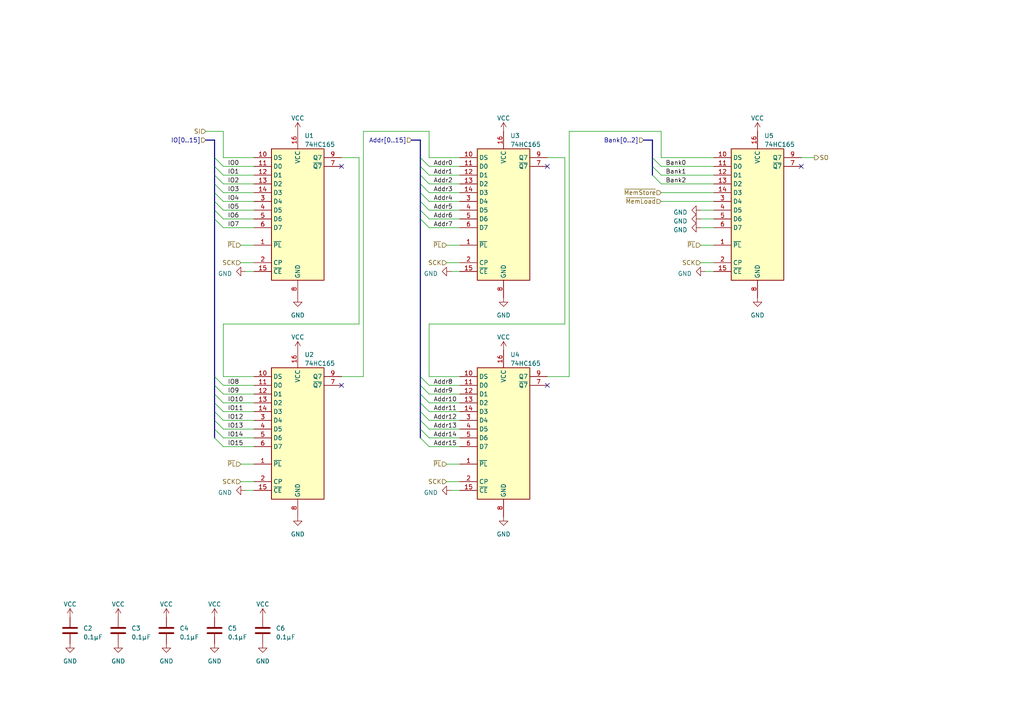
<source format=kicad_sch>
(kicad_sch (version 20230121) (generator eeschema)
  (paper "A4")
  (lib_symbols
    (symbol "74xx:74HC165"
      (property "Reference" "U" (at -7.62 19.05 0))
      (property "Value" "74HC165" (at -7.62 -21.59 0))
      (symbol "74HC165_1_0"
        (pin input line (at -12.7 -10.16 0) (length 5.08) (name "~{PL}") (number "1"))
        (pin input line (at -12.7 15.24 0) (length 5.08) (name "DS") (number "10"))
        (pin input line (at -12.7 12.7 0) (length 5.08) (name "D0") (number "11"))
        (pin input line (at -12.7 10.16 0) (length 5.08) (name "D1") (number "12"))
        (pin input line (at -12.7 7.62 0) (length 5.08) (name "D2") (number "13"))
        (pin input line (at -12.7 5.08 0) (length 5.08) (name "D3") (number "14"))
        (pin input line (at -12.7 -17.78 0) (length 5.08) (name "~{CE}") (number "15"))
        (pin power_in line (at 0 22.86 270) (length 5.08) (name "VCC") (number "16"))
        (pin input line (at -12.7 -15.24 0) (length 5.08) (name "CP") (number "2"))
        (pin input line (at -12.7 2.54 0) (length 5.08) (name "D4") (number "3"))
        (pin input line (at -12.7 0 0) (length 5.08) (name "D5") (number "4"))
        (pin input line (at -12.7 -2.54 0) (length 5.08) (name "D6") (number "5"))
        (pin input line (at -12.7 -5.08 0) (length 5.08) (name "D7") (number "6"))
        (pin output line (at 12.7 12.7 180) (length 5.08) (name "~{Q7}") (number "7"))
        (pin power_in line (at 0 -25.4 90) (length 5.08) (name "GND") (number "8"))
        (pin output line (at 12.7 15.24 180) (length 5.08) (name "Q7") (number "9"))
      )
      (symbol "74HC165_1_1"
        (rectangle (start -7.62 17.78) (end 7.62 -20.32) (stroke (width 0.254)) (fill (type background)))
      )
    )
    (symbol "Device:C" (pin_numbers hide) (pin_names (offset 0.254))
      (property "Reference" "C" (at 0.635 2.54 0))
      (property "Value" "C" (at 0.635 -2.54 0))
      (symbol "C_0_1"
        (polyline (pts (xy -2.032 -0.762) (xy 2.032 -0.762)) (stroke (width 0.508)))
        (polyline (pts (xy -2.032 0.762) (xy 2.032 0.762)) (stroke (width 0.508)))
      )
      (symbol "C_1_1"
        (pin passive line (at 0 3.81 270) (length 2.794) (name "~") (number "1"))
        (pin passive line (at 0 -3.81 90) (length 2.794) (name "~") (number "2"))
      )
    )
    (symbol "power:GND" (power) (pin_names (offset 0))
      (property "Value" "GND" (at 0 -3.81 0))
      (symbol "GND_0_1"
        (polyline (pts (xy 0 0) (xy 0 -1.27) (xy 1.27 -1.27) (xy 0 -2.54) (xy -1.27 -1.27) (xy 0 -1.27)))
      )
      (symbol "GND_1_1"
        (pin power_in line (at 0 0 270) (length 0) hide (name "GND") (number "1"))
      )
    )
    (symbol "power:VCC" (power) (pin_names (offset 0))
      (property "Value" "VCC" (at 0 3.81 0))
      (symbol "VCC_0_1"
        (polyline (pts (xy -0.762 1.27) (xy 0 2.54)))
        (polyline (pts (xy 0 0) (xy 0 2.54)))
        (polyline (pts (xy 0 2.54) (xy 0.762 1.27)))
      )
      (symbol "VCC_1_1"
        (pin power_in line (at 0 0 90) (length 0) hide (name "VCC") (number "1"))
      )
    )
  )
  (no_connect (at 99.06 111.76))
  (no_connect (at 158.75 111.76))
  (no_connect (at 232.41 48.26))
  (no_connect (at 158.75 48.26))
  (no_connect (at 99.06 48.26))
  (bus_entry (at 121.92 60.96) (size 2.54 2.54))
  (bus_entry (at 121.92 50.8) (size 2.54 2.54))
  (bus_entry (at 62.23 127) (size 2.54 2.54))
  (bus_entry (at 62.23 114.3) (size 2.54 2.54))
  (bus_entry (at 62.23 55.88) (size 2.54 2.54))
  (bus_entry (at 62.23 60.96) (size 2.54 2.54))
  (bus_entry (at 121.92 116.84) (size 2.54 2.54))
  (bus_entry (at 62.23 111.76) (size 2.54 2.54))
  (bus_entry (at 121.92 48.26) (size 2.54 2.54))
  (bus_entry (at 62.23 45.72) (size 2.54 2.54))
  (bus_entry (at 189.23 50.8) (size 2.54 2.54))
  (bus_entry (at 62.23 109.22) (size 2.54 2.54))
  (bus_entry (at 121.92 121.92) (size 2.54 2.54))
  (bus_entry (at 189.23 45.72) (size 2.54 2.54))
  (bus_entry (at 62.23 48.26) (size 2.54 2.54))
  (bus_entry (at 121.92 109.22) (size 2.54 2.54))
  (bus_entry (at 62.23 121.92) (size 2.54 2.54))
  (bus_entry (at 121.92 53.34) (size 2.54 2.54))
  (bus_entry (at 62.23 58.42) (size 2.54 2.54))
  (bus_entry (at 121.92 114.3) (size 2.54 2.54))
  (bus_entry (at 121.92 45.72) (size 2.54 2.54))
  (bus_entry (at 121.92 127) (size 2.54 2.54))
  (bus_entry (at 62.23 116.84) (size 2.54 2.54))
  (bus_entry (at 121.92 58.42) (size 2.54 2.54))
  (bus_entry (at 121.92 63.5) (size 2.54 2.54))
  (bus_entry (at 62.23 119.38) (size 2.54 2.54))
  (bus_entry (at 121.92 124.46) (size 2.54 2.54))
  (bus_entry (at 121.92 111.76) (size 2.54 2.54))
  (bus_entry (at 62.23 63.5) (size 2.54 2.54))
  (bus_entry (at 189.23 48.26) (size 2.54 2.54))
  (bus_entry (at 62.23 50.8) (size 2.54 2.54))
  (bus_entry (at 121.92 55.88) (size 2.54 2.54))
  (bus_entry (at 121.92 119.38) (size 2.54 2.54))
  (bus_entry (at 62.23 53.34) (size 2.54 2.54))
  (bus_entry (at 62.23 124.46) (size 2.54 2.54))
  (wire (pts (xy 203.2 66.04) (xy 207.01 66.04)))
  (wire (pts (xy 64.77 124.46) (xy 73.66 124.46)))
  (wire (pts (xy 129.54 71.12) (xy 133.35 71.12)))
  (wire (pts (xy 99.06 45.72) (xy 104.14 45.72)))
  (bus (pts (xy 121.92 119.38) (xy 121.92 121.92)))
  (wire (pts (xy 133.35 45.72) (xy 124.46 45.72)))
  (wire (pts (xy 163.83 45.72) (xy 163.83 93.98)))
  (bus (pts (xy 121.92 63.5) (xy 121.92 109.22)))
  (bus (pts (xy 121.92 109.22) (xy 121.92 111.76)))
  (wire (pts (xy 232.41 45.72) (xy 236.22 45.72)))
  (wire (pts (xy 69.85 76.2) (xy 73.66 76.2)))
  (bus (pts (xy 189.23 45.72) (xy 189.23 48.26)))
  (wire (pts (xy 64.77 129.54) (xy 73.66 129.54)))
  (bus (pts (xy 121.92 55.88) (xy 121.92 58.42)))
  (bus (pts (xy 62.23 53.34) (xy 62.23 55.88)))
  (bus (pts (xy 121.92 121.92) (xy 121.92 124.46)))
  (wire (pts (xy 124.46 124.46) (xy 133.35 124.46)))
  (bus (pts (xy 62.23 58.42) (xy 62.23 60.96)))
  (wire (pts (xy 124.46 116.84) (xy 133.35 116.84)))
  (wire (pts (xy 191.77 58.42) (xy 207.01 58.42)))
  (bus (pts (xy 186.69 40.64) (xy 189.23 40.64)))
  (bus (pts (xy 189.23 48.26) (xy 189.23 50.8)))
  (wire (pts (xy 64.77 93.98) (xy 64.77 109.22)))
  (bus (pts (xy 62.23 63.5) (xy 62.23 109.22)))
  (bus (pts (xy 121.92 114.3) (xy 121.92 116.84)))
  (wire (pts (xy 124.46 127) (xy 133.35 127)))
  (bus (pts (xy 62.23 45.72) (xy 62.23 48.26)))
  (wire (pts (xy 191.77 48.26) (xy 207.01 48.26)))
  (wire (pts (xy 124.46 55.88) (xy 133.35 55.88)))
  (bus (pts (xy 62.23 116.84) (xy 62.23 119.38)))
  (wire (pts (xy 203.2 63.5) (xy 207.01 63.5)))
  (wire (pts (xy 191.77 50.8) (xy 207.01 50.8)))
  (wire (pts (xy 124.46 121.92) (xy 133.35 121.92)))
  (wire (pts (xy 64.77 111.76) (xy 73.66 111.76)))
  (bus (pts (xy 121.92 116.84) (xy 121.92 119.38)))
  (wire (pts (xy 163.83 93.98) (xy 124.46 93.98)))
  (bus (pts (xy 62.23 114.3) (xy 62.23 116.84)))
  (wire (pts (xy 64.77 58.42) (xy 73.66 58.42)))
  (wire (pts (xy 191.77 38.1) (xy 191.77 45.72)))
  (wire (pts (xy 129.54 134.62) (xy 133.35 134.62)))
  (wire (pts (xy 104.14 45.72) (xy 104.14 93.98)))
  (wire (pts (xy 129.54 139.7) (xy 133.35 139.7)))
  (wire (pts (xy 124.46 60.96) (xy 133.35 60.96)))
  (wire (pts (xy 64.77 63.5) (xy 73.66 63.5)))
  (bus (pts (xy 59.69 40.64) (xy 62.23 40.64)))
  (wire (pts (xy 64.77 60.96) (xy 73.66 60.96)))
  (wire (pts (xy 64.77 53.34) (xy 73.66 53.34)))
  (bus (pts (xy 121.92 45.72) (xy 121.92 48.26)))
  (wire (pts (xy 124.46 66.04) (xy 133.35 66.04)))
  (wire (pts (xy 130.81 142.24) (xy 133.35 142.24)))
  (wire (pts (xy 71.12 78.74) (xy 73.66 78.74)))
  (wire (pts (xy 203.2 71.12) (xy 207.01 71.12)))
  (wire (pts (xy 124.46 53.34) (xy 133.35 53.34)))
  (wire (pts (xy 124.46 50.8) (xy 133.35 50.8)))
  (bus (pts (xy 121.92 50.8) (xy 121.92 53.34)))
  (wire (pts (xy 130.81 78.74) (xy 133.35 78.74)))
  (wire (pts (xy 165.1 38.1) (xy 191.77 38.1)))
  (bus (pts (xy 121.92 58.42) (xy 121.92 60.96)))
  (wire (pts (xy 191.77 45.72) (xy 207.01 45.72)))
  (wire (pts (xy 64.77 114.3) (xy 73.66 114.3)))
  (wire (pts (xy 124.46 93.98) (xy 124.46 109.22)))
  (bus (pts (xy 189.23 40.64) (xy 189.23 45.72)))
  (bus (pts (xy 62.23 121.92) (xy 62.23 124.46)))
  (wire (pts (xy 71.12 142.24) (xy 73.66 142.24)))
  (wire (pts (xy 203.2 76.2) (xy 207.01 76.2)))
  (bus (pts (xy 121.92 53.34) (xy 121.92 55.88)))
  (wire (pts (xy 64.77 116.84) (xy 73.66 116.84)))
  (wire (pts (xy 129.54 76.2) (xy 133.35 76.2)))
  (bus (pts (xy 62.23 109.22) (xy 62.23 111.76)))
  (bus (pts (xy 62.23 48.26) (xy 62.23 50.8)))
  (wire (pts (xy 69.85 139.7) (xy 73.66 139.7)))
  (wire (pts (xy 158.75 45.72) (xy 163.83 45.72)))
  (bus (pts (xy 62.23 111.76) (xy 62.23 114.3)))
  (wire (pts (xy 203.2 60.96) (xy 207.01 60.96)))
  (wire (pts (xy 64.77 121.92) (xy 73.66 121.92)))
  (wire (pts (xy 124.46 119.38) (xy 133.35 119.38)))
  (wire (pts (xy 124.46 109.22) (xy 133.35 109.22)))
  (wire (pts (xy 191.77 53.34) (xy 207.01 53.34)))
  (wire (pts (xy 124.46 111.76) (xy 133.35 111.76)))
  (wire (pts (xy 204.47 78.74) (xy 207.01 78.74)))
  (wire (pts (xy 124.46 114.3) (xy 133.35 114.3)))
  (wire (pts (xy 69.85 134.62) (xy 73.66 134.62)))
  (wire (pts (xy 64.77 127) (xy 73.66 127)))
  (bus (pts (xy 62.23 55.88) (xy 62.23 58.42)))
  (wire (pts (xy 64.77 38.1) (xy 64.77 45.72)))
  (wire (pts (xy 191.77 55.88) (xy 207.01 55.88)))
  (wire (pts (xy 124.46 48.26) (xy 133.35 48.26)))
  (wire (pts (xy 64.77 48.26) (xy 73.66 48.26)))
  (bus (pts (xy 121.92 111.76) (xy 121.92 114.3)))
  (wire (pts (xy 64.77 109.22) (xy 73.66 109.22)))
  (bus (pts (xy 121.92 48.26) (xy 121.92 50.8)))
  (bus (pts (xy 62.23 40.64) (xy 62.23 45.72)))
  (wire (pts (xy 158.75 109.22) (xy 165.1 109.22)))
  (wire (pts (xy 69.85 71.12) (xy 73.66 71.12)))
  (wire (pts (xy 165.1 109.22) (xy 165.1 38.1)))
  (wire (pts (xy 124.46 45.72) (xy 124.46 38.1)))
  (wire (pts (xy 64.77 55.88) (xy 73.66 55.88)))
  (wire (pts (xy 59.69 38.1) (xy 64.77 38.1)))
  (wire (pts (xy 105.41 38.1) (xy 105.41 109.22)))
  (bus (pts (xy 62.23 119.38) (xy 62.23 121.92)))
  (bus (pts (xy 62.23 50.8) (xy 62.23 53.34)))
  (wire (pts (xy 124.46 63.5) (xy 133.35 63.5)))
  (wire (pts (xy 124.46 129.54) (xy 133.35 129.54)))
  (bus (pts (xy 121.92 124.46) (xy 121.92 127)))
  (wire (pts (xy 104.14 93.98) (xy 64.77 93.98)))
  (wire (pts (xy 124.46 58.42) (xy 133.35 58.42)))
  (bus (pts (xy 62.23 60.96) (xy 62.23 63.5)))
  (wire (pts (xy 124.46 38.1) (xy 105.41 38.1)))
  (bus (pts (xy 121.92 40.64) (xy 121.92 45.72)))
  (bus (pts (xy 62.23 124.46) (xy 62.23 127)))
  (wire (pts (xy 64.77 119.38) (xy 73.66 119.38)))
  (bus (pts (xy 121.92 60.96) (xy 121.92 63.5)))
  (wire (pts (xy 64.77 50.8) (xy 73.66 50.8)))
  (wire (pts (xy 64.77 66.04) (xy 73.66 66.04)))
  (bus (pts (xy 119.38 40.64) (xy 121.92 40.64)))
  (wire (pts (xy 64.77 45.72) (xy 73.66 45.72)))
  (wire (pts (xy 105.41 109.22) (xy 99.06 109.22)))
  (label "IO10" (at 66.04 116.84 0))
  (label "IO9" (at 66.04 114.3 0))
  (label "IO13" (at 66.04 124.46 0))
  (label "IO14" (at 66.04 127 0))
  (label "IO11" (at 66.04 119.38 0))
  (label "Addr13" (at 125.73 124.46 0))
  (label "Addr1" (at 125.73 50.8 0))
  (label "IO5" (at 66.04 60.96 0))
  (label "Addr12" (at 125.73 121.92 0))
  (label "Addr11" (at 125.73 119.38 0))
  (label "Addr6" (at 125.73 63.5 0))
  (label "IO7" (at 66.04 66.04 0))
  (label "IO8" (at 66.04 111.76 0))
  (label "Bank0" (at 193.04 48.26 0))
  (label "IO0" (at 66.04 48.26 0))
  (label "IO1" (at 66.04 50.8 0))
  (label "Addr14" (at 125.73 127 0))
  (label "IO12" (at 66.04 121.92 0))
  (label "Addr8" (at 125.73 111.76 0))
  (label "Addr10" (at 125.73 116.84 0))
  (label "IO6" (at 66.04 63.5 0))
  (label "Addr15" (at 125.73 129.54 0))
  (label "Addr5" (at 125.73 60.96 0))
  (label "IO4" (at 66.04 58.42 0))
  (label "Bank1" (at 193.04 50.8 0))
  (label "Addr9" (at 125.73 114.3 0))
  (label "IO3" (at 66.04 55.88 0))
  (label "Addr3" (at 125.73 55.88 0))
  (label "Bank2" (at 193.04 53.34 0))
  (label "IO15" (at 66.04 129.54 0))
  (label "Addr0" (at 125.73 48.26 0))
  (label "Addr7" (at 125.73 66.04 0))
  (label "IO2" (at 66.04 53.34 0))
  (label "Addr2" (at 125.73 53.34 0))
  (label "Addr4" (at 125.73 58.42 0))
  (hierarchical_label "~{PL}" (shape input) (at 203.2 71.12 180))
  (hierarchical_label "~{MemLoad}" (shape input) (at 191.77 58.42 180))
  (hierarchical_label "Addr[0..15]" (shape input) (at 119.38 40.64 180))
  (hierarchical_label "SCK" (shape input) (at 69.85 139.7 180))
  (hierarchical_label "~{PL}" (shape input) (at 129.54 134.62 180))
  (hierarchical_label "SCK" (shape input) (at 129.54 76.2 180))
  (hierarchical_label "~{PL}" (shape input) (at 129.54 71.12 180))
  (hierarchical_label "SCK" (shape input) (at 203.2 76.2 180))
  (hierarchical_label "SI" (shape input) (at 59.69 38.1 180))
  (hierarchical_label "~{PL}" (shape input) (at 69.85 71.12 180))
  (hierarchical_label "SO" (shape output) (at 236.22 45.72 0))
  (hierarchical_label "~{MemStore}" (shape input) (at 191.77 55.88 180))
  (hierarchical_label "SCK" (shape input) (at 69.85 76.2 180))
  (hierarchical_label "~{PL}" (shape input) (at 69.85 134.62 180))
  (hierarchical_label "Bank[0..2]" (shape input) (at 186.69 40.64 180))
  (hierarchical_label "SCK" (shape input) (at 129.54 139.7 180))
  (hierarchical_label "IO[0..15]" (shape input) (at 59.69 40.64 180))
  (symbol (lib_id "power:GND") (at 203.2 66.04 270) (unit 1)
    (property "Reference" "#PWR033" (effects hide))
    (property "Value" "GND" (at 199.39 66.675 90) (effects (justify right)))
    (instances (project "MEMModuleTestFixture" (path "" (reference "#PWR033") (unit 1)) (path "" (reference "#PWR0175") (unit 1))))
  )
  (symbol (lib_id "Device:C") (at 34.29 182.88 0) (unit 1)
    (property "Reference" "C3" (at 38.1 182.245 0) (effects (justify left)))
    (property "Value" "0.1µF" (at 38.1 184.785 0) (effects (justify left)))
    (property "Footprint" "Capacitor_SMD:C_0603_1608Metric" (effects hide))
    (property "Mouser" "https://www.mouser.com/ProductDetail/963-EMK107B7104KAHT" (effects hide))
    (instances (project "MEMModuleTestFixture" (path "" (reference "C3") (unit 1)) (path "" (reference "C27") (unit 1))))
  )
  (symbol (lib_id "power:GND") (at 71.12 78.74 270) (unit 1)
    (property "Reference" "#PWR011" (effects hide))
    (property "Value" "GND" (at 67.31 79.375 90) (effects (justify right)))
    (instances (project "MEMModuleTestFixture" (path "" (reference "#PWR011") (unit 1)) (path "" (reference "#PWR0159") (unit 1))))
  )
  (symbol (lib_id "power:GND") (at 146.05 149.86 0) (unit 1)
    (property "Reference" "#PWR032" (effects hide))
    (property "Value" "GND" (at 146.05 154.94 0))
    (instances (project "MEMModuleTestFixture" (path "" (reference "#PWR032") (unit 1)) (path "" (reference "#PWR0172") (unit 1))))
  )
  (symbol (lib_id "power:GND") (at 203.2 60.96 270) (unit 1)
    (property "Reference" "#PWR033" (effects hide))
    (property "Value" "GND" (at 199.39 61.595 90) (effects (justify right)))
    (instances (project "MEMModuleTestFixture" (path "" (reference "#PWR033") (unit 1)) (path "" (reference "#PWR0173") (unit 1))))
  )
  (symbol (lib_id "power:GND") (at 130.81 142.24 270) (unit 1)
    (property "Reference" "#PWR026" (effects hide))
    (property "Value" "GND" (at 127 142.875 90) (effects (justify right)))
    (instances (project "MEMModuleTestFixture" (path "" (reference "#PWR026") (unit 1)) (path "" (reference "#PWR0168") (unit 1))))
  )
  (symbol (lib_id "power:GND") (at 71.12 142.24 270) (unit 1)
    (property "Reference" "#PWR012" (effects hide))
    (property "Value" "GND" (at 67.31 142.875 90) (effects (justify right)))
    (instances (project "MEMModuleTestFixture" (path "" (reference "#PWR012") (unit 1)) (path "" (reference "#PWR0160") (unit 1))))
  )
  (symbol (lib_id "74xx:74HC165") (at 86.36 60.96 0) (unit 1)
    (property "Reference" "U1" (at 88.3159 39.37 0) (effects (justify left)))
    (property "Value" "74HC165" (at 88.3159 41.91 0) (effects (justify left)))
    (property "Footprint" "Package_SO:TSSOP-16_4.4x5mm_P0.65mm" (effects hide))
    (property "Datasheet" "https://assets.nexperia.com/documents/data-sheet/74HC_HCT165.pdf" (effects hide))
    (instances (project "MEMModuleTestFixture" (path "" (reference "U1") (unit 1)) (path "" (reference "U25") (unit 1))))
  )
  (symbol (lib_id "Device:C") (at 62.23 182.88 0) (unit 1)
    (property "Reference" "C5" (at 66.04 182.245 0) (effects (justify left)))
    (property "Value" "0.1µF" (at 66.04 184.785 0) (effects (justify left)))
    (property "Footprint" "Capacitor_SMD:C_0603_1608Metric" (effects hide))
    (property "Mouser" "https://www.mouser.com/ProductDetail/963-EMK107B7104KAHT" (effects hide))
    (instances (project "MEMModuleTestFixture" (path "" (reference "C5") (unit 1)) (path "" (reference "C29") (unit 1))))
  )
  (symbol (lib_id "power:GND") (at 86.36 149.86 0) (unit 1)
    (property "Reference" "#PWR018" (effects hide))
    (property "Value" "GND" (at 86.36 154.94 0))
    (instances (project "MEMModuleTestFixture" (path "" (reference "#PWR018") (unit 1)) (path "" (reference "#PWR0166") (unit 1))))
  )
  (symbol (lib_id "Device:C") (at 76.2 182.88 0) (unit 1)
    (property "Reference" "C6" (at 80.01 182.245 0) (effects (justify left)))
    (property "Value" "0.1µF" (at 80.01 184.785 0) (effects (justify left)))
    (property "Footprint" "Capacitor_SMD:C_0603_1608Metric" (effects hide))
    (property "Mouser" "https://www.mouser.com/ProductDetail/963-EMK107B7104KAHT" (effects hide))
    (instances (project "MEMModuleTestFixture" (path "" (reference "C6") (unit 1)) (path "" (reference "C30") (unit 1))))
  )
  (symbol (lib_id "74xx:74HC165") (at 86.36 124.46 0) (unit 1)
    (property "Reference" "U2" (at 88.3159 102.87 0) (effects (justify left)))
    (property "Value" "74HC165" (at 88.3159 105.41 0) (effects (justify left)))
    (property "Footprint" "Package_SO:TSSOP-16_4.4x5mm_P0.65mm" (effects hide))
    (property "Datasheet" "https://assets.nexperia.com/documents/data-sheet/74HC_HCT165.pdf" (effects hide))
    (instances (project "MEMModuleTestFixture" (path "" (reference "U2") (unit 1)) (path "" (reference "U26") (unit 1))))
  )
  (symbol (lib_id "power:VCC") (at 86.36 38.1 0) (unit 1)
    (property "Reference" "#PWR015" (effects hide))
    (property "Value" "VCC" (at 86.36 34.29 0))
    (instances (project "MEMModuleTestFixture" (path "" (reference "#PWR015") (unit 1)) (path "" (reference "#PWR0163") (unit 1))))
  )
  (symbol (lib_id "74xx:74HC165") (at 219.71 60.96 0) (unit 1)
    (property "Reference" "U5" (at 221.6659 39.37 0) (effects (justify left)))
    (property "Value" "74HC165" (at 221.6659 41.91 0) (effects (justify left)))
    (property "Footprint" "Package_SO:TSSOP-16_4.4x5mm_P0.65mm" (effects hide))
    (property "Datasheet" "https://assets.nexperia.com/documents/data-sheet/74HC_HCT165.pdf" (effects hide))
    (instances (project "MEMModuleTestFixture" (path "" (reference "U5") (unit 1)) (path "" (reference "U29") (unit 1))))
  )
  (symbol (lib_id "power:VCC") (at 20.32 179.07 0) (unit 1)
    (property "Reference" "#PWR07" (effects hide))
    (property "Value" "VCC" (at 20.32 175.26 0))
    (instances (project "MEMModuleTestFixture" (path "" (reference "#PWR07") (unit 1)) (path "" (reference "#PWR0151") (unit 1))))
  )
  (symbol (lib_id "power:VCC") (at 86.36 101.6 0) (unit 1)
    (property "Reference" "#PWR017" (effects hide))
    (property "Value" "VCC" (at 86.36 97.79 0))
    (instances (project "MEMModuleTestFixture" (path "" (reference "#PWR017") (unit 1)) (path "" (reference "#PWR0165") (unit 1))))
  )
  (symbol (lib_id "power:GND") (at 34.29 186.69 0) (unit 1)
    (property "Reference" "#PWR010" (effects hide))
    (property "Value" "GND" (at 34.29 191.77 0))
    (instances (project "MEMModuleTestFixture" (path "" (reference "#PWR010") (unit 1)) (path "" (reference "#PWR0154") (unit 1))))
  )
  (symbol (lib_id "power:GND") (at 20.32 186.69 0) (unit 1)
    (property "Reference" "#PWR08" (effects hide))
    (property "Value" "GND" (at 20.32 191.77 0))
    (instances (project "MEMModuleTestFixture" (path "" (reference "#PWR08") (unit 1)) (path "" (reference "#PWR0152") (unit 1))))
  )
  (symbol (lib_id "power:GND") (at 203.2 63.5 270) (unit 1)
    (property "Reference" "#PWR033" (effects hide))
    (property "Value" "GND" (at 199.39 64.135 90) (effects (justify right)))
    (instances (project "MEMModuleTestFixture" (path "" (reference "#PWR033") (unit 1)) (path "" (reference "#PWR0174") (unit 1))))
  )
  (symbol (lib_id "power:GND") (at 76.2 186.69 0) (unit 1)
    (property "Reference" "#PWR022" (effects hide))
    (property "Value" "GND" (at 76.2 191.77 0))
    (instances (project "MEMModuleTestFixture" (path "" (reference "#PWR022") (unit 1)) (path "" (reference "#PWR0162") (unit 1))))
  )
  (symbol (lib_id "power:GND") (at 219.71 86.36 0) (unit 1)
    (property "Reference" "#PWR036" (effects hide))
    (property "Value" "GND" (at 219.71 91.44 0))
    (instances (project "MEMModuleTestFixture" (path "" (reference "#PWR036") (unit 1)) (path "" (reference "#PWR0178") (unit 1))))
  )
  (symbol (lib_id "power:VCC") (at 146.05 38.1 0) (unit 1)
    (property "Reference" "#PWR029" (effects hide))
    (property "Value" "VCC" (at 146.05 34.29 0))
    (instances (project "MEMModuleTestFixture" (path "" (reference "#PWR029") (unit 1)) (path "" (reference "#PWR0169") (unit 1))))
  )
  (symbol (lib_id "74xx:74HC165") (at 146.05 60.96 0) (unit 1)
    (property "Reference" "U3" (at 148.0059 39.37 0) (effects (justify left)))
    (property "Value" "74HC165" (at 148.0059 41.91 0) (effects (justify left)))
    (property "Footprint" "Package_SO:TSSOP-16_4.4x5mm_P0.65mm" (effects hide))
    (property "Datasheet" "https://assets.nexperia.com/documents/data-sheet/74HC_HCT165.pdf" (effects hide))
    (instances (project "MEMModuleTestFixture" (path "" (reference "U3") (unit 1)) (path "" (reference "U27") (unit 1))))
  )
  (symbol (lib_id "power:GND") (at 130.81 78.74 270) (unit 1)
    (property "Reference" "#PWR025" (effects hide))
    (property "Value" "GND" (at 127 79.375 90) (effects (justify right)))
    (instances (project "MEMModuleTestFixture" (path "" (reference "#PWR025") (unit 1)) (path "" (reference "#PWR0167") (unit 1))))
  )
  (symbol (lib_id "power:GND") (at 62.23 186.69 0) (unit 1)
    (property "Reference" "#PWR020" (effects hide))
    (property "Value" "GND" (at 62.23 191.77 0))
    (instances (project "MEMModuleTestFixture" (path "" (reference "#PWR020") (unit 1)) (path "" (reference "#PWR0158") (unit 1))))
  )
  (symbol (lib_id "power:VCC") (at 219.71 38.1 0) (unit 1)
    (property "Reference" "#PWR035" (effects hide))
    (property "Value" "VCC" (at 219.71 34.29 0))
    (instances (project "MEMModuleTestFixture" (path "" (reference "#PWR035") (unit 1)) (path "" (reference "#PWR0177") (unit 1))))
  )
  (symbol (lib_id "power:GND") (at 146.05 86.36 0) (unit 1)
    (property "Reference" "#PWR030" (effects hide))
    (property "Value" "GND" (at 146.05 91.44 0))
    (instances (project "MEMModuleTestFixture" (path "" (reference "#PWR030") (unit 1)) (path "" (reference "#PWR0170") (unit 1))))
  )
  (symbol (lib_id "power:VCC") (at 48.26 179.07 0) (unit 1)
    (property "Reference" "#PWR013" (effects hide))
    (property "Value" "VCC" (at 48.26 175.26 0))
    (instances (project "MEMModuleTestFixture" (path "" (reference "#PWR013") (unit 1)) (path "" (reference "#PWR0155") (unit 1))))
  )
  (symbol (lib_id "power:VCC") (at 76.2 179.07 0) (unit 1)
    (property "Reference" "#PWR021" (effects hide))
    (property "Value" "VCC" (at 76.2 175.26 0))
    (instances (project "MEMModuleTestFixture" (path "" (reference "#PWR021") (unit 1)) (path "" (reference "#PWR0161") (unit 1))))
  )
  (symbol (lib_id "Device:C") (at 20.32 182.88 0) (unit 1)
    (property "Reference" "C2" (at 24.13 182.245 0) (effects (justify left)))
    (property "Value" "0.1µF" (at 24.13 184.785 0) (effects (justify left)))
    (property "Footprint" "Capacitor_SMD:C_0603_1608Metric" (effects hide))
    (property "Mouser" "https://www.mouser.com/ProductDetail/963-EMK107B7104KAHT" (effects hide))
    (instances (project "MEMModuleTestFixture" (path "" (reference "C2") (unit 1)) (path "" (reference "C26") (unit 1))))
  )
  (symbol (lib_id "power:GND") (at 48.26 186.69 0) (unit 1)
    (property "Reference" "#PWR014" (effects hide))
    (property "Value" "GND" (at 48.26 191.77 0))
    (instances (project "MEMModuleTestFixture" (path "" (reference "#PWR014") (unit 1)) (path "" (reference "#PWR0156") (unit 1))))
  )
  (symbol (lib_id "power:VCC") (at 146.05 101.6 0) (unit 1)
    (property "Reference" "#PWR031" (effects hide))
    (property "Value" "VCC" (at 146.05 97.79 0))
    (instances (project "MEMModuleTestFixture" (path "" (reference "#PWR031") (unit 1)) (path "" (reference "#PWR0171") (unit 1))))
  )
  (symbol (lib_id "Device:C") (at 48.26 182.88 0) (unit 1)
    (property "Reference" "C4" (at 52.07 182.245 0) (effects (justify left)))
    (property "Value" "0.1µF" (at 52.07 184.785 0) (effects (justify left)))
    (property "Footprint" "Capacitor_SMD:C_0603_1608Metric" (effects hide))
    (property "Mouser" "https://www.mouser.com/ProductDetail/963-EMK107B7104KAHT" (effects hide))
    (instances (project "MEMModuleTestFixture" (path "" (reference "C4") (unit 1)) (path "" (reference "C28") (unit 1))))
  )
  (symbol (lib_id "power:GND") (at 204.47 78.74 270) (unit 1)
    (property "Reference" "#PWR033" (effects hide))
    (property "Value" "GND" (at 200.66 79.375 90) (effects (justify right)))
    (instances (project "MEMModuleTestFixture" (path "" (reference "#PWR033") (unit 1)) (path "" (reference "#PWR0176") (unit 1))))
  )
  (symbol (lib_id "power:VCC") (at 34.29 179.07 0) (unit 1)
    (property "Reference" "#PWR09" (effects hide))
    (property "Value" "VCC" (at 34.29 175.26 0))
    (instances (project "MEMModuleTestFixture" (path "" (reference "#PWR09") (unit 1)) (path "" (reference "#PWR0153") (unit 1))))
  )
  (symbol (lib_id "power:VCC") (at 62.23 179.07 0) (unit 1)
    (property "Reference" "#PWR019" (effects hide))
    (property "Value" "VCC" (at 62.23 175.26 0))
    (instances (project "MEMModuleTestFixture" (path "" (reference "#PWR019") (unit 1)) (path "" (reference "#PWR0157") (unit 1))))
  )
  (symbol (lib_id "power:GND") (at 86.36 86.36 0) (unit 1)
    (property "Reference" "#PWR016" (effects hide))
    (property "Value" "GND" (at 86.36 91.44 0))
    (instances (project "MEMModuleTestFixture" (path "" (reference "#PWR016") (unit 1)) (path "" (reference "#PWR0164") (unit 1))))
  )
  (symbol (lib_id "74xx:74HC165") (at 146.05 124.46 0) (unit 1)
    (property "Reference" "U4" (at 148.0059 102.87 0) (effects (justify left)))
    (property "Value" "74HC165" (at 148.0059 105.41 0) (effects (justify left)))
    (property "Footprint" "Package_SO:TSSOP-16_4.4x5mm_P0.65mm" (effects hide))
    (property "Datasheet" "https://assets.nexperia.com/documents/data-sheet/74HC_HCT165.pdf" (effects hide))
    (instances (project "MEMModuleTestFixture" (path "" (reference "U4") (unit 1)) (path "" (reference "U28") (unit 1))))
  )
)
</source>
